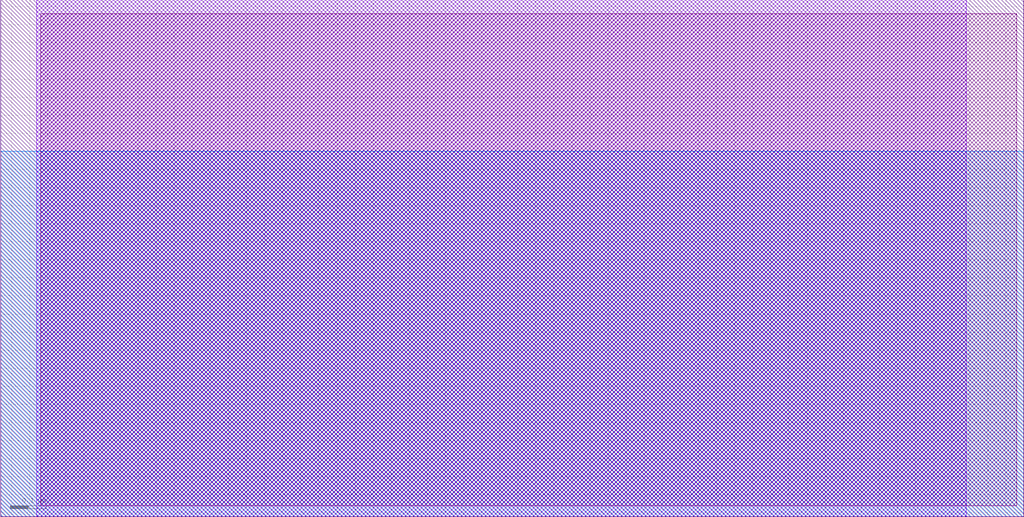
<source format=lef>
VERSION 5.7 ;
  NOWIREEXTENSIONATPIN ON ;
  DIVIDERCHAR "/" ;
  BUSBITCHARS "[]" ;
UNITS
  DATABASE MICRONS 200 ;
END UNITS

LAYER via2
  TYPE CUT ;
END via2

LAYER via
  TYPE CUT ;
END via

LAYER nwell
  TYPE MASTERSLICE ;
END nwell

LAYER via3
  TYPE CUT ;
END via3

LAYER pwell
  TYPE MASTERSLICE ;
END pwell

LAYER via4
  TYPE CUT ;
END via4

LAYER mcon
  TYPE CUT ;
END mcon

LAYER met6
  TYPE ROUTING ;
  WIDTH 0.030000 ;
  SPACING 0.040000 ;
  DIRECTION HORIZONTAL ;
END met6

LAYER met1
  TYPE ROUTING ;
  WIDTH 0.140000 ;
  SPACING 0.140000 ;
  DIRECTION HORIZONTAL ;
END met1

LAYER met3
  TYPE ROUTING ;
  WIDTH 0.300000 ;
  SPACING 0.300000 ;
  DIRECTION HORIZONTAL ;
END met3

LAYER met2
  TYPE ROUTING ;
  WIDTH 0.140000 ;
  SPACING 0.140000 ;
  DIRECTION HORIZONTAL ;
END met2

LAYER met4
  TYPE ROUTING ;
  WIDTH 0.300000 ;
  SPACING 0.300000 ;
  DIRECTION HORIZONTAL ;
END met4

LAYER met5
  TYPE ROUTING ;
  WIDTH 1.600000 ;
  SPACING 1.600000 ;
  DIRECTION HORIZONTAL ;
END met5

LAYER li1
  TYPE ROUTING ;
  WIDTH 0.170000 ;
  SPACING 0.170000 ;
  DIRECTION HORIZONTAL ;
END li1

MACRO sky130_hilas_WTAsinglestage01
  CLASS BLOCK ;
  FOREIGN sky130_hilas_WTAsinglestage01 ;
  ORIGIN 1.080 0.760 ;
  SIZE 2.830 BY 1.430 ;
  OBS
      LAYER li1 ;
        RECT -0.970 -0.730 1.730 0.630 ;
      LAYER met1 ;
        RECT -0.980 -0.760 1.590 0.670 ;
      LAYER met2 ;
        RECT -1.080 -0.760 1.750 0.250 ;
  END
END sky130_hilas_WTAsinglestage01
END LIBRARY


</source>
